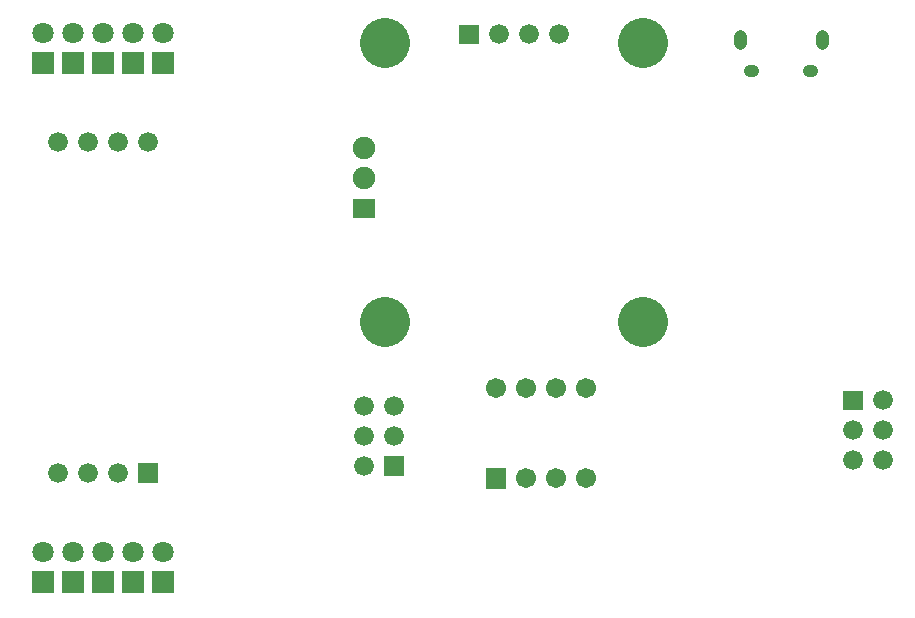
<source format=gbs>
G04 Layer: BottomSolderMaskLayer*
G04 EasyEDA v6.4.25, 2021-12-03T12:42:08+01:00*
G04 2d58df8d6caf48aab7ee05f2cd6f65b2,9c416354eb984020824aaf9c885bead6,10*
G04 Gerber Generator version 0.2*
G04 Scale: 100 percent, Rotated: No, Reflected: No *
G04 Dimensions in inches *
G04 leading zeros omitted , absolute positions ,3 integer and 6 decimal *
%FSLAX36Y36*%
%MOIN*%

%ADD72C,0.0414*%
%ADD73C,0.0434*%
%ADD76C,0.1655*%
%ADD81R,0.0660X0.0660*%
%ADD82C,0.0660*%
%ADD84C,0.0709*%
%ADD96C,0.0670*%
%ADD100C,0.0749*%

%LPD*%
D72*
X2167485Y786849D02*
G01*
X2155673Y786849D01*
X2364336Y786849D02*
G01*
X2352524Y786849D01*
D73*
X2397799Y882323D02*
G01*
X2397799Y903976D01*
X2122209Y882323D02*
G01*
X2122209Y903976D01*
D76*
X940000Y880000D02*
G01*
X940000Y880000D01*
X1800000Y880000D02*
G01*
X1800000Y880000D01*
X940000Y-50000D02*
G01*
X940000Y-50000D01*
X1800000Y-50000D02*
G01*
X1800000Y-50000D01*
G36*
X116999Y-584200D02*
G01*
X116999Y-518200D01*
X183000Y-518200D01*
X183000Y-584200D01*
G37*
D82*
G01*
X50000Y-551199D03*
G01*
X-50000Y-551199D03*
G01*
X-150000Y-551199D03*
G01*
X-150000Y551199D03*
G01*
X-50000Y551199D03*
G01*
X50000Y551199D03*
G01*
X150000Y551199D03*
G36*
X164499Y-950500D02*
G01*
X164499Y-879499D01*
X235500Y-879499D01*
X235500Y-950500D01*
G37*
D84*
G01*
X200000Y-815000D03*
G36*
X64499Y-950500D02*
G01*
X64499Y-879499D01*
X135500Y-879499D01*
X135500Y-950500D01*
G37*
G01*
X100000Y-815000D03*
G36*
X-35500Y-950500D02*
G01*
X-35500Y-879499D01*
X35500Y-879499D01*
X35500Y-950500D01*
G37*
G01*
X0Y-815000D03*
G36*
X-135500Y-950500D02*
G01*
X-135500Y-879499D01*
X-64499Y-879499D01*
X-64499Y-950500D01*
G37*
G01*
X-100000Y-815000D03*
G36*
X-235500Y-950500D02*
G01*
X-235500Y-879499D01*
X-164499Y-879499D01*
X-164499Y-950500D01*
G37*
G01*
X-200000Y-815000D03*
G36*
X164499Y779499D02*
G01*
X164499Y850500D01*
X235500Y850500D01*
X235500Y779499D01*
G37*
G01*
X200000Y915000D03*
G36*
X64499Y779499D02*
G01*
X64499Y850500D01*
X135500Y850500D01*
X135500Y779499D01*
G37*
G01*
X100000Y915000D03*
G36*
X-35500Y779499D02*
G01*
X-35500Y850500D01*
X35500Y850500D01*
X35500Y779499D01*
G37*
G01*
X0Y915000D03*
G36*
X-135500Y779499D02*
G01*
X-135500Y850500D01*
X-64499Y850500D01*
X-64499Y779499D01*
G37*
G01*
X-100000Y915000D03*
G36*
X-235500Y779499D02*
G01*
X-235500Y850500D01*
X-164499Y850500D01*
X-164499Y779499D01*
G37*
G01*
X-200000Y915000D03*
G36*
X1276499Y-603499D02*
G01*
X1276499Y-536500D01*
X1343500Y-536500D01*
X1343500Y-603499D01*
G37*
D96*
G01*
X1410000Y-570000D03*
G01*
X1510000Y-570000D03*
G01*
X1610000Y-570000D03*
G01*
X1610000Y-270000D03*
G01*
X1510000Y-270000D03*
G01*
X1410000Y-270000D03*
G01*
X1310000Y-270000D03*
D100*
G01*
X870000Y530000D03*
G01*
X870000Y430000D03*
G36*
X832600Y296999D02*
G01*
X832600Y363000D01*
X907399Y363000D01*
X907399Y296999D01*
G37*
D82*
G01*
X870000Y-330000D03*
G01*
X970000Y-330000D03*
G01*
X870000Y-430000D03*
G01*
X970000Y-430000D03*
G01*
X870000Y-530000D03*
D81*
G01*
X970000Y-530000D03*
D82*
G01*
X2600000Y-510000D03*
G01*
X2500000Y-510000D03*
G01*
X2600000Y-410000D03*
G01*
X2500000Y-410000D03*
G01*
X2600000Y-310000D03*
G36*
X2466999Y-343000D02*
G01*
X2466999Y-276999D01*
X2533000Y-276999D01*
X2533000Y-343000D01*
G37*
G36*
X1186999Y876999D02*
G01*
X1186999Y943000D01*
X1253000Y943000D01*
X1253000Y876999D01*
G37*
G01*
X1320000Y910000D03*
G01*
X1420000Y910000D03*
G01*
X1520000Y910000D03*
M02*

</source>
